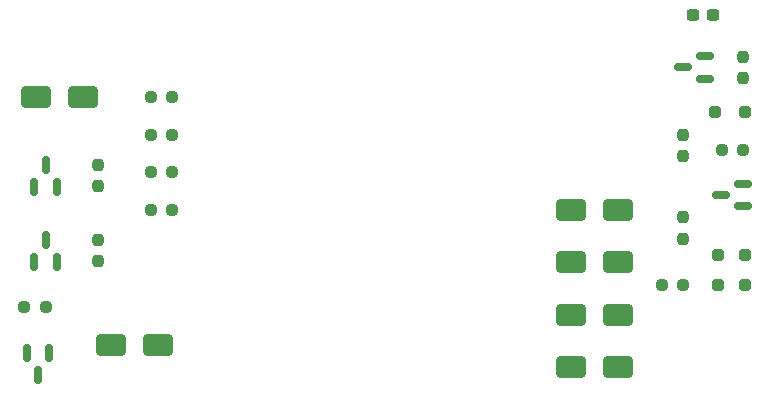
<source format=gbr>
%TF.GenerationSoftware,KiCad,Pcbnew,7.0.5-0*%
%TF.CreationDate,2023-07-09T14:34:54+02:00*%
%TF.ProjectId,pirate-pcb,70697261-7465-42d7-9063-622e6b696361,1A*%
%TF.SameCoordinates,Original*%
%TF.FileFunction,Paste,Top*%
%TF.FilePolarity,Positive*%
%FSLAX46Y46*%
G04 Gerber Fmt 4.6, Leading zero omitted, Abs format (unit mm)*
G04 Created by KiCad (PCBNEW 7.0.5-0) date 2023-07-09 14:34:54*
%MOMM*%
%LPD*%
G01*
G04 APERTURE LIST*
G04 Aperture macros list*
%AMRoundRect*
0 Rectangle with rounded corners*
0 $1 Rounding radius*
0 $2 $3 $4 $5 $6 $7 $8 $9 X,Y pos of 4 corners*
0 Add a 4 corners polygon primitive as box body*
4,1,4,$2,$3,$4,$5,$6,$7,$8,$9,$2,$3,0*
0 Add four circle primitives for the rounded corners*
1,1,$1+$1,$2,$3*
1,1,$1+$1,$4,$5*
1,1,$1+$1,$6,$7*
1,1,$1+$1,$8,$9*
0 Add four rect primitives between the rounded corners*
20,1,$1+$1,$2,$3,$4,$5,0*
20,1,$1+$1,$4,$5,$6,$7,0*
20,1,$1+$1,$6,$7,$8,$9,0*
20,1,$1+$1,$8,$9,$2,$3,0*%
G04 Aperture macros list end*
%ADD10RoundRect,0.150000X-0.150000X0.587500X-0.150000X-0.587500X0.150000X-0.587500X0.150000X0.587500X0*%
%ADD11RoundRect,0.237500X-0.237500X0.250000X-0.237500X-0.250000X0.237500X-0.250000X0.237500X0.250000X0*%
%ADD12RoundRect,0.150000X0.150000X-0.587500X0.150000X0.587500X-0.150000X0.587500X-0.150000X-0.587500X0*%
%ADD13RoundRect,0.237500X-0.250000X-0.237500X0.250000X-0.237500X0.250000X0.237500X-0.250000X0.237500X0*%
%ADD14RoundRect,0.250000X1.000000X0.650000X-1.000000X0.650000X-1.000000X-0.650000X1.000000X-0.650000X0*%
%ADD15RoundRect,0.250000X-0.250000X-0.250000X0.250000X-0.250000X0.250000X0.250000X-0.250000X0.250000X0*%
%ADD16RoundRect,0.237500X0.250000X0.237500X-0.250000X0.237500X-0.250000X-0.237500X0.250000X-0.237500X0*%
%ADD17RoundRect,0.237500X0.237500X-0.250000X0.237500X0.250000X-0.237500X0.250000X-0.237500X-0.250000X0*%
%ADD18RoundRect,0.250000X-1.000000X-0.650000X1.000000X-0.650000X1.000000X0.650000X-1.000000X0.650000X0*%
%ADD19RoundRect,0.150000X0.587500X0.150000X-0.587500X0.150000X-0.587500X-0.150000X0.587500X-0.150000X0*%
%ADD20RoundRect,0.250000X0.250000X-0.250000X0.250000X0.250000X-0.250000X0.250000X-0.250000X-0.250000X0*%
%ADD21RoundRect,0.237500X0.300000X0.237500X-0.300000X0.237500X-0.300000X-0.237500X0.300000X-0.237500X0*%
G04 APERTURE END LIST*
D10*
%TO.C,Q3*%
X122375000Y-116460000D03*
X120475000Y-116460000D03*
X121425000Y-118335000D03*
%TD*%
D11*
%TO.C,R11*%
X176035000Y-105000000D03*
X176035000Y-106825000D03*
%TD*%
D12*
%TO.C,Q4*%
X121110000Y-108780000D03*
X123010000Y-108780000D03*
X122060000Y-106905000D03*
%TD*%
D13*
%TO.C,R12*%
X174210000Y-110715000D03*
X176035000Y-110715000D03*
%TD*%
D14*
%TO.C,D7*%
X125235000Y-94840000D03*
X121235000Y-94840000D03*
%TD*%
D11*
%TO.C,R2*%
X176035000Y-98015000D03*
X176035000Y-99840000D03*
%TD*%
D14*
%TO.C,D4*%
X131585000Y-115795000D03*
X127585000Y-115795000D03*
%TD*%
D15*
%TO.C,D3*%
X178742000Y-96110000D03*
X181242000Y-96110000D03*
%TD*%
D16*
%TO.C,R10*%
X122060000Y-112620000D03*
X120235000Y-112620000D03*
%TD*%
D17*
%TO.C,R1*%
X181115000Y-93212500D03*
X181115000Y-91387500D03*
%TD*%
D18*
%TO.C,D5*%
X166510000Y-113255000D03*
X170510000Y-113255000D03*
%TD*%
D19*
%TO.C,Q2*%
X177910000Y-93250000D03*
X177910000Y-91350000D03*
X176035000Y-92300000D03*
%TD*%
D11*
%TO.C,R4*%
X126505000Y-106905000D03*
X126505000Y-108730000D03*
%TD*%
D18*
%TO.C,D1*%
X166510000Y-108810000D03*
X170510000Y-108810000D03*
%TD*%
D16*
%TO.C,R6*%
X132775000Y-104365000D03*
X130950000Y-104365000D03*
%TD*%
D18*
%TO.C,D6*%
X166510000Y-117700000D03*
X170510000Y-117700000D03*
%TD*%
D20*
%TO.C,D8*%
X178956000Y-110715000D03*
X178956000Y-108215000D03*
%TD*%
D16*
%TO.C,R7*%
X132775000Y-101190000D03*
X130950000Y-101190000D03*
%TD*%
%TO.C,R9*%
X132775000Y-94840000D03*
X130950000Y-94840000D03*
%TD*%
D19*
%TO.C,Q1*%
X181085000Y-104045000D03*
X181085000Y-102145000D03*
X179210000Y-103095000D03*
%TD*%
D12*
%TO.C,Q5*%
X121110000Y-102430000D03*
X123010000Y-102430000D03*
X122060000Y-100555000D03*
%TD*%
D18*
%TO.C,D2*%
X166510000Y-104365000D03*
X170510000Y-104365000D03*
%TD*%
D21*
%TO.C,C1*%
X178575000Y-87855000D03*
X176850000Y-87855000D03*
%TD*%
D13*
%TO.C,R3*%
X179290000Y-99285000D03*
X181115000Y-99285000D03*
%TD*%
D11*
%TO.C,R5*%
X126505000Y-100555000D03*
X126505000Y-102380000D03*
%TD*%
D20*
%TO.C,D9*%
X181242000Y-110715000D03*
X181242000Y-108215000D03*
%TD*%
D16*
%TO.C,R8*%
X132775000Y-98015000D03*
X130950000Y-98015000D03*
%TD*%
M02*

</source>
